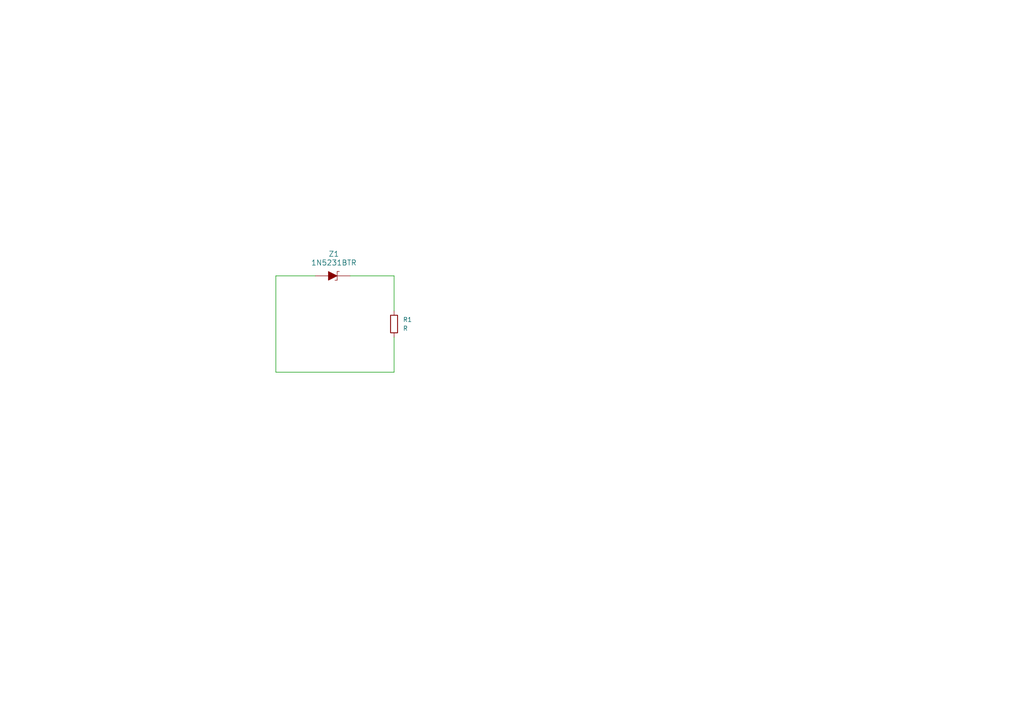
<source format=kicad_sch>
(kicad_sch (version 20231120) (generator "eeschema") (generator_version "8.0")
  (paper "A4")
  (lib_symbols
    (symbol "Device:R" (pin_numbers hide) (pin_names (offset 0))
      (property "Reference" "R" (at 2.032 0 90))
      (property "Value" "R" (at 0 0 90))
      (symbol "R_0_1"
        (rectangle (start -1.016 -2.54) (end 1.016 2.54) (stroke (width 0.254)))
      )
      (symbol "R_1_1"
        (pin passive line (at 0 3.81 270) (length 1.27) (name "~") (number "1"))
        (pin passive line (at 0 -3.81 90) (length 1.27) (name "~") (number "2"))
      )
    )
    (symbol "dk_Diodes-Zener-Single:1N5231BTR" (pin_numbers hide) (pin_names (offset 0) hide)
      (property "Reference" "Z" (at 0 2.54 0))
      (property "Value" "1N5231BTR" (at 0 -2.54 0))
      (symbol "1N5231BTR_0_1"
        (polyline (pts (xy 1.27 -1.27) (xy 0.635 -1.27)))
        (polyline (pts (xy 1.27 1.27) (xy 1.27 -1.27)))
        (polyline (pts (xy 1.27 1.27) (xy 1.905 1.27)))
        (polyline (pts (xy -1.27 1.27) (xy -1.27 -1.27) (xy 1.27 0) (xy -1.27 1.27)) (fill (type outline)))
      )
      (symbol "1N5231BTR_1_1"
        (pin passive line (at -5.08 0 0) (length 3.81) (name "~") (number "A"))
        (pin passive line (at 5.08 0 180) (length 3.81) (name "~") (number "K"))
      )
    )
  )
  (wire (pts (xy 114.3 107.95) (xy 80.01 107.95)))
  (wire (pts (xy 114.3 80.01) (xy 101.6 80.01)))
  (wire (pts (xy 80.01 80.01) (xy 91.44 80.01)))
  (wire (pts (xy 114.3 90.17) (xy 114.3 80.01)))
  (wire (pts (xy 114.3 97.79) (xy 114.3 107.95)))
  (wire (pts (xy 80.01 107.95) (xy 80.01 80.01)))
  (symbol (lib_id "dk_Diodes-Zener-Single:1N5231BTR") (at 96.52 80.01 0) (unit 1)
    (property "Reference" "Z1" (at 96.8375 73.66 0) (effects (font (size 1.524 1.524))))
    (property "Value" "1N5231BTR" (at 96.8375 76.2 0) (effects (font (size 1.524 1.524))))
    (property "Footprint" "digikey-footprints:DO-35" (effects (hide yes)))
    (property "Datasheet" "https://www.onsemi.com/pub/Collateral/1N5221B-D.PDF" (effects (hide yes)))
    (property "Description" "DIODE ZENER 5.1V 500MW DO35" (effects (hide yes)))
    (property "Digi-Key_PN" "1N5231BFSCT-ND" (effects (hide yes)))
    (property "MPN" "1N5231BTR" (effects (hide yes)))
    (property "Category" "Discrete Semiconductor Products" (effects (hide yes)))
    (property "Family" "Diodes - Zener - Single" (effects (hide yes)))
    (property "DK_Datasheet_Link" "https://www.onsemi.com/pub/Collateral/1N5221B-D.PDF" (effects (hide yes)))
    (property "DK_Detail_Page" "/product-detail/en/on-semiconductor/1N5231BTR/1N5231BFSCT-ND/1532765" (effects (hide yes)))
    (property "Description_1" "DIODE ZENER 5.1V 500MW DO35" (effects (hide yes)))
    (property "Manufacturer" "ON Semiconductor" (effects (hide yes)))
    (property "Status" "Active" (effects (hide yes)))
  )
  (symbol (lib_id "Device:R") (at 114.3 93.98 0) (unit 1)
    (property "Reference" "R1" (at 116.84 92.7099 0) (effects (justify left)))
    (property "Value" "R" (at 116.84 95.2499 0) (effects (justify left)))
    (property "Footprint" "Resistor_SMD:R_0603_1608Metric" (effects (hide yes)))
    (property "Description" "Resistor" (effects (hide yes)))
  )
)
</source>
